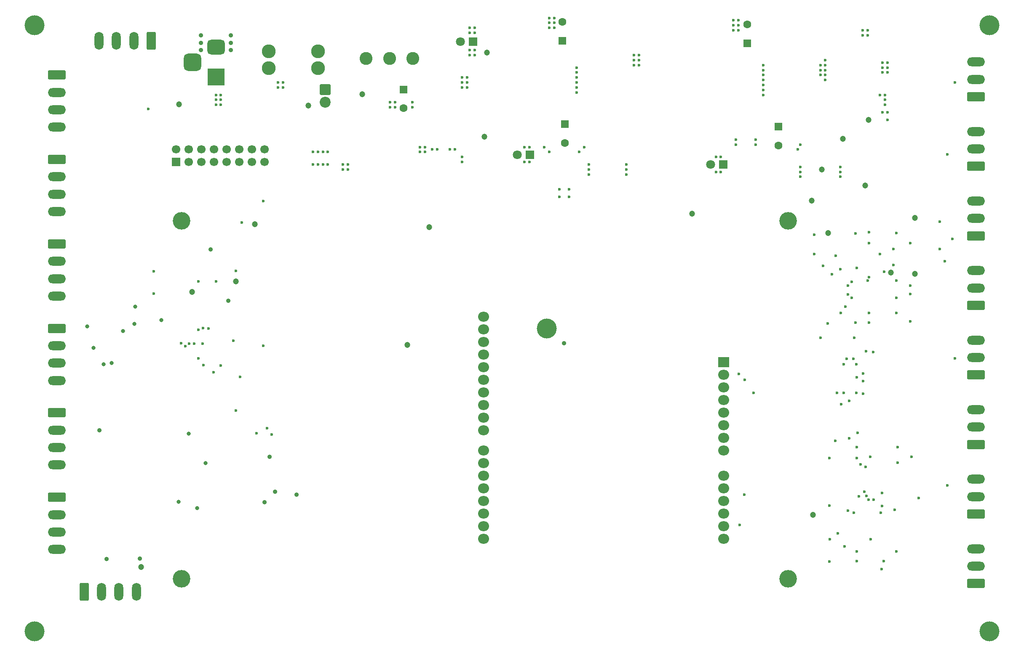
<source format=gbr>
%TF.GenerationSoftware,KiCad,Pcbnew,9.0.6-9.0.6~ubuntu24.04.1*%
%TF.CreationDate,2025-11-28T01:09:22+01:00*%
%TF.ProjectId,HVAC_STM32F7_PCB,48564143-5f53-4544-9d33-3246375f5043,rev?*%
%TF.SameCoordinates,Original*%
%TF.FileFunction,Copper,L2,Inr*%
%TF.FilePolarity,Positive*%
%FSLAX46Y46*%
G04 Gerber Fmt 4.6, Leading zero omitted, Abs format (unit mm)*
G04 Created by KiCad (PCBNEW 9.0.6-9.0.6~ubuntu24.04.1) date 2025-11-28 01:09:22*
%MOMM*%
%LPD*%
G01*
G04 APERTURE LIST*
G04 Aperture macros list*
%AMRoundRect*
0 Rectangle with rounded corners*
0 $1 Rounding radius*
0 $2 $3 $4 $5 $6 $7 $8 $9 X,Y pos of 4 corners*
0 Add a 4 corners polygon primitive as box body*
4,1,4,$2,$3,$4,$5,$6,$7,$8,$9,$2,$3,0*
0 Add four circle primitives for the rounded corners*
1,1,$1+$1,$2,$3*
1,1,$1+$1,$4,$5*
1,1,$1+$1,$6,$7*
1,1,$1+$1,$8,$9*
0 Add four rect primitives between the rounded corners*
20,1,$1+$1,$2,$3,$4,$5,0*
20,1,$1+$1,$4,$5,$6,$7,0*
20,1,$1+$1,$6,$7,$8,$9,0*
20,1,$1+$1,$8,$9,$2,$3,0*%
G04 Aperture macros list end*
%TA.AperFunction,ComponentPad*%
%ADD10RoundRect,0.250000X-1.550000X0.650000X-1.550000X-0.650000X1.550000X-0.650000X1.550000X0.650000X0*%
%TD*%
%TA.AperFunction,ComponentPad*%
%ADD11O,3.600000X1.800000*%
%TD*%
%TA.AperFunction,ComponentPad*%
%ADD12RoundRect,0.250000X-0.650000X-1.550000X0.650000X-1.550000X0.650000X1.550000X-0.650000X1.550000X0*%
%TD*%
%TA.AperFunction,ComponentPad*%
%ADD13O,1.800000X3.600000*%
%TD*%
%TA.AperFunction,ComponentPad*%
%ADD14C,2.780000*%
%TD*%
%TA.AperFunction,ComponentPad*%
%ADD15RoundRect,0.250000X1.550000X-0.650000X1.550000X0.650000X-1.550000X0.650000X-1.550000X-0.650000X0*%
%TD*%
%TA.AperFunction,ComponentPad*%
%ADD16RoundRect,0.250000X0.550000X-0.550000X0.550000X0.550000X-0.550000X0.550000X-0.550000X-0.550000X0*%
%TD*%
%TA.AperFunction,ComponentPad*%
%ADD17C,1.600000*%
%TD*%
%TA.AperFunction,ComponentPad*%
%ADD18R,1.700000X1.700000*%
%TD*%
%TA.AperFunction,ComponentPad*%
%ADD19C,1.700000*%
%TD*%
%TA.AperFunction,ComponentPad*%
%ADD20RoundRect,0.249999X-0.850001X0.850001X-0.850001X-0.850001X0.850001X-0.850001X0.850001X0.850001X0*%
%TD*%
%TA.AperFunction,ComponentPad*%
%ADD21C,2.200000*%
%TD*%
%TA.AperFunction,ComponentPad*%
%ADD22R,2.200000X2.000000*%
%TD*%
%TA.AperFunction,ComponentPad*%
%ADD23O,2.200000X2.000000*%
%TD*%
%TA.AperFunction,ComponentPad*%
%ADD24C,3.540000*%
%TD*%
%TA.AperFunction,ComponentPad*%
%ADD25RoundRect,0.250000X-0.550000X0.550000X-0.550000X-0.550000X0.550000X-0.550000X0.550000X0.550000X0*%
%TD*%
%TA.AperFunction,ComponentPad*%
%ADD26C,2.600000*%
%TD*%
%TA.AperFunction,ComponentPad*%
%ADD27R,3.500000X3.500000*%
%TD*%
%TA.AperFunction,ComponentPad*%
%ADD28RoundRect,0.750000X-1.000000X0.750000X-1.000000X-0.750000X1.000000X-0.750000X1.000000X0.750000X0*%
%TD*%
%TA.AperFunction,ComponentPad*%
%ADD29RoundRect,0.875000X-0.875000X0.875000X-0.875000X-0.875000X0.875000X-0.875000X0.875000X0.875000X0*%
%TD*%
%TA.AperFunction,ComponentPad*%
%ADD30R,1.800000X1.800000*%
%TD*%
%TA.AperFunction,ComponentPad*%
%ADD31C,1.800000*%
%TD*%
%TA.AperFunction,ComponentPad*%
%ADD32RoundRect,0.250000X0.650000X1.550000X-0.650000X1.550000X-0.650000X-1.550000X0.650000X-1.550000X0*%
%TD*%
%TA.AperFunction,ViaPad*%
%ADD33C,1.200000*%
%TD*%
%TA.AperFunction,ViaPad*%
%ADD34C,4.000000*%
%TD*%
%TA.AperFunction,ViaPad*%
%ADD35C,0.600000*%
%TD*%
%TA.AperFunction,ViaPad*%
%ADD36C,0.900000*%
%TD*%
%TA.AperFunction,ViaPad*%
%ADD37C,0.800000*%
%TD*%
G04 APERTURE END LIST*
D10*
%TO.N,GNDA*%
%TO.C,J4*%
X39500000Y-62000000D03*
D11*
%TO.N,Net-(J18-Pin_5)*%
X39500000Y-65500000D03*
%TO.N,Net-(J4-SIG)*%
X39500000Y-69000000D03*
%TO.N,+24V*%
X39500000Y-72500000D03*
%TD*%
D12*
%TO.N,GNDA*%
%TO.C,J15*%
X45000000Y-149000000D03*
D13*
%TO.N,Net-(J15-GND)*%
X48500000Y-149000000D03*
%TO.N,Net-(J15-SIG)*%
X52000000Y-149000000D03*
%TO.N,+24V*%
X55500000Y-149000000D03*
%TD*%
D14*
%TO.N,Net-(F1-Pad1)*%
%TO.C,F1*%
X82137500Y-40190000D03*
X82137500Y-43590000D03*
%TO.N,Net-(D3-A2)*%
X92057500Y-40190000D03*
X92057500Y-43590000D03*
%TD*%
D15*
%TO.N,GNDA*%
%TO.C,J12*%
X224300000Y-133375000D03*
D11*
%TO.N,Net-(J12-GND)*%
X224300000Y-129875000D03*
%TO.N,GND*%
X224300000Y-126375000D03*
%TD*%
D16*
%TO.N,+24V*%
%TO.C,C2*%
X141100000Y-38102651D03*
D17*
%TO.N,GND*%
X141100000Y-34302651D03*
%TD*%
D10*
%TO.N,GNDA*%
%TO.C,J16*%
X39500000Y-113000000D03*
D11*
%TO.N,Net-(J16-GND)*%
X39500000Y-116500000D03*
%TO.N,Net-(J16-SIG)*%
X39500000Y-120000000D03*
%TO.N,+24V*%
X39500000Y-123500000D03*
%TD*%
D10*
%TO.N,GNDA*%
%TO.C,J14*%
X39500000Y-96000000D03*
D11*
%TO.N,Net-(J14-GND)*%
X39500000Y-99500000D03*
%TO.N,Net-(J14-SIG)*%
X39500000Y-103000000D03*
%TO.N,+24V*%
X39500000Y-106500000D03*
%TD*%
D18*
%TO.N,Net-(J18-Pin_1)*%
%TO.C,J18*%
X63520000Y-62540000D03*
D19*
%TO.N,GND*%
X63520000Y-60000000D03*
%TO.N,Net-(J18-Pin_3)*%
X66060000Y-62540000D03*
%TO.N,GND*%
X66060000Y-60000000D03*
%TO.N,Net-(J18-Pin_5)*%
X68600000Y-62540000D03*
%TO.N,GND*%
X68600000Y-60000000D03*
%TO.N,Net-(J18-Pin_7)*%
X71140000Y-62540000D03*
%TO.N,GND*%
X71140000Y-60000000D03*
%TO.N,Net-(J14-GND)*%
X73680000Y-62540000D03*
%TO.N,GND*%
X73680000Y-60000000D03*
%TO.N,Net-(J16-GND)*%
X76220000Y-62540000D03*
%TO.N,GND*%
X76220000Y-60000000D03*
%TO.N,Net-(J17-GND)*%
X78760000Y-62540000D03*
%TO.N,GND*%
X78760000Y-60000000D03*
%TO.N,Net-(J15-GND)*%
X81300000Y-62540000D03*
%TO.N,GND*%
X81300000Y-60000000D03*
%TD*%
D20*
%TO.N,Net-(D4-K)*%
%TO.C,D4*%
X93500000Y-47960000D03*
D21*
%TO.N,Net-(D4-A)*%
X93500000Y-50500000D03*
%TD*%
D22*
%TO.N,unconnected-(A1-NC-Pad1)*%
%TO.C,A1*%
X173550000Y-102815000D03*
D23*
%TO.N,unconnected-(A1-IOREF-Pad2)*%
X173550000Y-105355000D03*
%TO.N,unconnected-(A1-~{RESET}-Pad3)*%
X173550000Y-107895000D03*
%TO.N,unconnected-(A1-3V3-Pad4)*%
X173550000Y-110435000D03*
%TO.N,unconnected-(A1-+5V-Pad5)*%
X173550000Y-112975000D03*
%TO.N,GND*%
X173550000Y-115515000D03*
X173550000Y-118055000D03*
%TO.N,+3.3V*%
X173550000Y-120595000D03*
%TO.N,unconnected-(A1-A0-Pad9)*%
X173550000Y-125675000D03*
%TO.N,unconnected-(A1-A1-Pad10)*%
X173550000Y-128215000D03*
%TO.N,MOSI_OUT*%
X173550000Y-130755000D03*
%TO.N,unconnected-(A1-A3-Pad12)*%
X173550000Y-133295000D03*
%TO.N,SCK_OUT*%
X173550000Y-135835000D03*
%TO.N,NSS_OUT*%
X173550000Y-138375000D03*
%TO.N,unconnected-(A1-D0{slash}S6RX-Pad15)*%
X125290000Y-138375000D03*
%TO.N,unconnected-(A1-D1{slash}S6TX-Pad16)*%
X125290000Y-135835000D03*
%TO.N,unconnected-(A1-D2-Pad17)*%
X125290000Y-133295000D03*
%TO.N,unconnected-(A1-D3-Pad18)*%
X125290000Y-130755000D03*
%TO.N,unconnected-(A1-D4-Pad19)*%
X125290000Y-128215000D03*
%TO.N,Net-(A1-D5)*%
X125290000Y-125675000D03*
%TO.N,Net-(A1-D6)*%
X125290000Y-123135000D03*
%TO.N,Net-(A1-D7)*%
X125290000Y-120595000D03*
%TO.N,Net-(A1-D8)*%
X125290000Y-116535000D03*
%TO.N,unconnected-(A1-D9-Pad24)*%
X125290000Y-113995000D03*
%TO.N,unconnected-(A1-D10-Pad25)*%
X125290000Y-111455000D03*
%TO.N,unconnected-(A1-D11-Pad26)*%
X125290000Y-108915000D03*
%TO.N,unconnected-(A1-D12-Pad27)*%
X125290000Y-106375000D03*
%TO.N,unconnected-(A1-D13-Pad28)*%
X125290000Y-103835000D03*
%TO.N,GND*%
X125290000Y-101295000D03*
%TO.N,unconnected-(A1-AREF-Pad30)*%
X125290000Y-98755000D03*
%TO.N,unconnected-(A1-SDA{slash}A4-Pad31)*%
X125290000Y-96215000D03*
%TO.N,unconnected-(A1-SCL{slash}A5-Pad32)*%
X125290000Y-93675000D03*
D24*
%TO.N,N/C*%
X186550000Y-74375000D03*
X64550000Y-74375000D03*
X186550000Y-146375000D03*
X64550000Y-146375000D03*
%TD*%
D16*
%TO.N,+24V*%
%TO.C,C5*%
X178300000Y-38602651D03*
D17*
%TO.N,GND*%
X178300000Y-34802651D03*
%TD*%
D15*
%TO.N,GNDA*%
%TO.C,J9*%
X224300000Y-91375000D03*
D11*
%TO.N,Net-(J9-GND)*%
X224300000Y-87875000D03*
%TO.N,GND*%
X224300000Y-84375000D03*
%TD*%
D25*
%TO.N,+3.3V*%
%TO.C,C8*%
X184550000Y-55422349D03*
D17*
%TO.N,GND*%
X184550000Y-59222349D03*
%TD*%
D10*
%TO.N,GNDA*%
%TO.C,J3*%
X39550000Y-45000000D03*
D11*
%TO.N,Net-(J18-Pin_3)*%
X39550000Y-48500000D03*
%TO.N,Net-(J3-SIG)*%
X39550000Y-52000000D03*
%TO.N,+24V*%
X39550000Y-55500000D03*
%TD*%
D26*
%TO.N,Net-(D4-K)*%
%TO.C,SW1*%
X101700000Y-41690000D03*
%TO.N,Net-(SW1-B)*%
X106400000Y-41690000D03*
%TO.N,N/C*%
X111100000Y-41690000D03*
%TD*%
D27*
%TO.N,Net-(F1-Pad1)*%
%TO.C,J1*%
X71507500Y-45400000D03*
D28*
%TO.N,GND*%
X71507500Y-39400000D03*
D29*
%TO.N,N/C*%
X66807500Y-42400000D03*
%TD*%
D25*
%TO.N,Net-(SW1-B)*%
%TO.C,C15*%
X109200000Y-47900000D03*
D17*
%TO.N,GND*%
X109200000Y-51700000D03*
%TD*%
D30*
%TO.N,GND*%
%TO.C,D7*%
X134600000Y-61050000D03*
D31*
%TO.N,Net-(D7-A)*%
X132060000Y-61050000D03*
%TD*%
D10*
%TO.N,GNDA*%
%TO.C,J5*%
X39500000Y-79000000D03*
D11*
%TO.N,Net-(J18-Pin_7)*%
X39500000Y-82500000D03*
%TO.N,Net-(J5-SIG)*%
X39500000Y-86000000D03*
%TO.N,+24V*%
X39500000Y-89500000D03*
%TD*%
D25*
%TO.N,+5V*%
%TO.C,C3*%
X141600000Y-54847349D03*
D17*
%TO.N,GND*%
X141600000Y-58647349D03*
%TD*%
D32*
%TO.N,GNDA*%
%TO.C,J2*%
X58482500Y-38107500D03*
D13*
%TO.N,Net-(J18-Pin_1)*%
X54982500Y-38107500D03*
%TO.N,Net-(J2-SIG)*%
X51482500Y-38107500D03*
%TO.N,+24V*%
X47982500Y-38107500D03*
%TD*%
D15*
%TO.N,GNDA*%
%TO.C,J8*%
X224300000Y-77375000D03*
D11*
%TO.N,Net-(J8-GND)*%
X224300000Y-73875000D03*
%TO.N,GND*%
X224300000Y-70375000D03*
%TD*%
D15*
%TO.N,GNDA*%
%TO.C,J11*%
X224300000Y-119375000D03*
D11*
%TO.N,Net-(J11-GND)*%
X224300000Y-115875000D03*
%TO.N,GND*%
X224300000Y-112375000D03*
%TD*%
D15*
%TO.N,GNDA*%
%TO.C,J10*%
X224300000Y-105375000D03*
D11*
%TO.N,Net-(J10-GND)*%
X224300000Y-101875000D03*
%TO.N,GND*%
X224300000Y-98375000D03*
%TD*%
D15*
%TO.N,GNDA*%
%TO.C,J7*%
X224300000Y-63375000D03*
D11*
%TO.N,Net-(J7-GND)*%
X224300000Y-59875000D03*
%TO.N,GND*%
X224300000Y-56375000D03*
%TD*%
D10*
%TO.N,GNDA*%
%TO.C,J17*%
X39500000Y-130000000D03*
D11*
%TO.N,Net-(J17-GND)*%
X39500000Y-133500000D03*
%TO.N,Net-(J17-SIG)*%
X39500000Y-137000000D03*
%TO.N,+24V*%
X39500000Y-140500000D03*
%TD*%
D15*
%TO.N,GNDA*%
%TO.C,J6*%
X224300000Y-49375000D03*
D11*
%TO.N,Net-(J6-GND)*%
X224300000Y-45875000D03*
%TO.N,GND*%
X224300000Y-42375000D03*
%TD*%
D30*
%TO.N,GND*%
%TO.C,D6*%
X173450000Y-63025000D03*
D31*
%TO.N,Net-(D6-A)*%
X170910000Y-63025000D03*
%TD*%
D15*
%TO.N,GNDA*%
%TO.C,J13*%
X224300000Y-147375000D03*
D11*
%TO.N,Net-(J13-GND)*%
X224300000Y-143875000D03*
%TO.N,GND*%
X224300000Y-140375000D03*
%TD*%
D30*
%TO.N,GND*%
%TO.C,D5*%
X123200000Y-38300000D03*
D31*
%TO.N,Net-(D5-A)*%
X120660000Y-38300000D03*
%TD*%
D33*
%TO.N,Net-(D3-A2)*%
X100895000Y-48905000D03*
D34*
%TO.N,*%
X227000000Y-157000000D03*
X35000000Y-157000000D03*
X35000000Y-35000000D03*
X227000000Y-35000000D03*
X138000000Y-96000000D03*
D33*
%TO.N,+24V*%
X64100000Y-50900000D03*
X126000000Y-40500000D03*
X125500000Y-57400000D03*
D35*
%TO.N,GND*%
X122000000Y-47500000D03*
X121000000Y-62500000D03*
X206000000Y-49000000D03*
X139500000Y-34500000D03*
X194000000Y-46000000D03*
X113500000Y-60500000D03*
X206500000Y-54000000D03*
X122000000Y-46500000D03*
X146500000Y-65000000D03*
X173000000Y-64500000D03*
X176000000Y-58000000D03*
X189000000Y-64500000D03*
X172000000Y-64500000D03*
X121000000Y-45500000D03*
X119500000Y-60000000D03*
X123500000Y-41000000D03*
X205500000Y-43500000D03*
X197000000Y-65500000D03*
X107500000Y-51500000D03*
X94000000Y-63000000D03*
X133500000Y-59500000D03*
X154000000Y-64000000D03*
D36*
X68500000Y-37000000D03*
D35*
X122500000Y-41000000D03*
X197000000Y-63500000D03*
X139500000Y-33500000D03*
X98000000Y-64000000D03*
X137500000Y-59500000D03*
X140500000Y-69500000D03*
X138500000Y-35500000D03*
X97000000Y-64000000D03*
D33*
X194550000Y-76837500D03*
D35*
X138500000Y-60500000D03*
X97000000Y-63000000D03*
X144000000Y-47500000D03*
X75500000Y-84462500D03*
X123500000Y-35500000D03*
X194000000Y-45000000D03*
X206000000Y-51000000D03*
X181500000Y-43000000D03*
X175500000Y-35000000D03*
X201500000Y-37000000D03*
X123500000Y-36500000D03*
X181500000Y-45000000D03*
X155500000Y-41000000D03*
X193000000Y-43000000D03*
X156500000Y-43000000D03*
X92000000Y-60500000D03*
X145500000Y-59500000D03*
X194000000Y-42000000D03*
D33*
X212000000Y-85000000D03*
D35*
X181500000Y-44000000D03*
X133500000Y-62500000D03*
X84000000Y-46500000D03*
X197000000Y-64500000D03*
X134500000Y-62500000D03*
X180000000Y-59000000D03*
X144000000Y-45500000D03*
X111000000Y-50500000D03*
X156500000Y-42000000D03*
X68800000Y-99084846D03*
X202500000Y-36000000D03*
X81000000Y-99462500D03*
X122500000Y-36500000D03*
X176500000Y-34000000D03*
X205000000Y-49000000D03*
D33*
X212000000Y-73750000D03*
D36*
X74500000Y-38500000D03*
D35*
X142500000Y-69500000D03*
X206500000Y-44500000D03*
X144000000Y-43500000D03*
X140500000Y-68000000D03*
X107500000Y-50500000D03*
X193000000Y-45000000D03*
X189000000Y-65500000D03*
X71500000Y-49000000D03*
X202500000Y-37000000D03*
X201500000Y-36000000D03*
X181500000Y-49000000D03*
X175500000Y-36000000D03*
X121000000Y-61500000D03*
X194000000Y-44000000D03*
X205500000Y-42500000D03*
X176000000Y-59000000D03*
X116000000Y-60000000D03*
X181500000Y-47000000D03*
X121000000Y-47500000D03*
X106500000Y-51500000D03*
X123500000Y-40000000D03*
X206500000Y-52500000D03*
X144000000Y-48500000D03*
X156500000Y-41000000D03*
X93000000Y-60500000D03*
X138500000Y-34500000D03*
X69000000Y-103362500D03*
X193000000Y-44000000D03*
X189000000Y-63500000D03*
X122000000Y-45500000D03*
X180000000Y-58000000D03*
X92000000Y-63000000D03*
D36*
X74500000Y-40000000D03*
D35*
X181500000Y-48000000D03*
X144000000Y-46500000D03*
X188500000Y-60000000D03*
X112500000Y-59500000D03*
X94000000Y-60500000D03*
X72500000Y-51000000D03*
X181500000Y-46000000D03*
D36*
X141500000Y-99000000D03*
D35*
X189000000Y-59000000D03*
X146500000Y-64000000D03*
X91000000Y-63000000D03*
D36*
X68500000Y-38500000D03*
D35*
X176500000Y-36000000D03*
X84000000Y-47500000D03*
X91000000Y-60500000D03*
X118500000Y-60000000D03*
X139500000Y-35500000D03*
X138500000Y-33500000D03*
X111000000Y-51500000D03*
X81000000Y-70400000D03*
D36*
X74500000Y-37000000D03*
D35*
X205500000Y-52500000D03*
X154000000Y-65000000D03*
X85000000Y-47500000D03*
X85000000Y-46500000D03*
X176500000Y-35000000D03*
X206500000Y-43500000D03*
X76700000Y-74700000D03*
X194000000Y-43000000D03*
X173000000Y-61500000D03*
X122500000Y-40000000D03*
X144500000Y-60500000D03*
X142500000Y-68000000D03*
D33*
X193250000Y-64000000D03*
D35*
X71500000Y-50000000D03*
X172000000Y-61500000D03*
X206000000Y-50000000D03*
D36*
X68500000Y-40000000D03*
D35*
X206500000Y-42500000D03*
X134500000Y-59500000D03*
X112500000Y-60500000D03*
X205500000Y-44500000D03*
X121000000Y-46500000D03*
X71500000Y-51000000D03*
X144000000Y-44500000D03*
X175500000Y-34000000D03*
X72500000Y-50000000D03*
X154000000Y-63000000D03*
X72500000Y-49000000D03*
X155500000Y-42000000D03*
X113500000Y-59500000D03*
X98000000Y-63000000D03*
X93000000Y-63000000D03*
X115000000Y-60000000D03*
X155500000Y-43000000D03*
X146500000Y-63000000D03*
X122500000Y-35500000D03*
X106500000Y-50500000D03*
D33*
%TO.N,+5V*%
X75500000Y-86537500D03*
X79300000Y-75000000D03*
D35*
X68000000Y-96253295D03*
X68000000Y-102000000D03*
D33*
X66700000Y-88700000D03*
%TO.N,+3.3V*%
X167200000Y-72900000D03*
X114400000Y-75600000D03*
D35*
X199600000Y-102125000D03*
D33*
X197500000Y-57800000D03*
X110000000Y-99300000D03*
D35*
%TO.N,Net-(U7-REFIO)*%
X71500000Y-86537500D03*
X70000000Y-96000000D03*
%TO.N,Net-(U7-REFCAP)*%
X68950000Y-95950000D03*
X68000000Y-86537500D03*
%TO.N,GNDA*%
X58982500Y-89005000D03*
X58982500Y-84505000D03*
D33*
X56500000Y-144000000D03*
D35*
%TO.N,Net-(U5A-+)*%
X202801000Y-85692703D03*
X202801000Y-78875000D03*
%TO.N,Net-(U5C-+)*%
X194450000Y-94987500D03*
X195300000Y-85125000D03*
%TO.N,Net-(U5B-+)*%
X205000000Y-81000000D03*
X205800000Y-84625000D03*
%TO.N,Net-(U5D-+)*%
X202550000Y-86375000D03*
X202800000Y-92875000D03*
%TO.N,Net-(U6B-+)*%
X194800000Y-142912500D03*
X203700000Y-130475000D03*
X203100000Y-138475000D03*
X194900000Y-138475000D03*
%TO.N,Net-(U6D-+)*%
X194800000Y-131700000D03*
X194800000Y-122125000D03*
%TO.N,Net-(U6C-+)*%
X202700000Y-130475000D03*
X203050000Y-121875000D03*
%TO.N,Net-(U6A-+)*%
X205762500Y-142875000D03*
X205412500Y-131775000D03*
D33*
%TO.N,Net-(D3-A2)*%
X90100000Y-51190000D03*
D37*
%TO.N,Net-(J2-SIG)*%
X55300000Y-91600000D03*
%TO.N,Net-(J3-SIG)*%
X52800000Y-96500000D03*
%TO.N,Net-(J4-SIG)*%
X48900000Y-103200000D03*
%TO.N,Net-(J5-SIG)*%
X45600000Y-95600000D03*
D35*
%TO.N,Net-(J6-GND)*%
X211050000Y-87375000D03*
X211050000Y-78875000D03*
X219500000Y-78000000D03*
X220000000Y-46500000D03*
%TO.N,Net-(J7-GND)*%
X193050000Y-97875000D03*
X218000000Y-82500000D03*
X218500000Y-61000000D03*
X199800000Y-97875000D03*
X193500000Y-83425000D03*
X200050000Y-94875000D03*
%TO.N,Net-(J8-GND)*%
X207673000Y-83227000D03*
X207673000Y-80000000D03*
X217000000Y-74500000D03*
X217000000Y-80000000D03*
%TO.N,Net-(J9-GND)*%
X198550000Y-89175000D03*
X211050000Y-89125000D03*
X211050000Y-94625000D03*
X198550000Y-87375000D03*
%TO.N,Net-(J10-GND)*%
X220000000Y-102000000D03*
X200300000Y-142875000D03*
X205431656Y-129092095D03*
X218500000Y-127600000D03*
%TO.N,Net-(J11-GND)*%
X200500000Y-117000000D03*
X200300000Y-122125000D03*
X199687500Y-133075000D03*
%TO.N,Net-(J12-GND)*%
X212750000Y-130129000D03*
X201838500Y-128838500D03*
X202100000Y-123878000D03*
X211300000Y-121875000D03*
%TO.N,Net-(J13-GND)*%
X205300000Y-144475000D03*
X205135500Y-133075000D03*
D37*
%TO.N,Net-(J15-SIG)*%
X67700000Y-132200000D03*
D35*
X65323000Y-99621612D03*
D36*
X56200000Y-142300000D03*
D35*
%TO.N,Net-(J17-SIG)*%
X67096562Y-99113347D03*
D37*
X69400000Y-123100000D03*
D35*
%TO.N,Net-(U3-VOUTB)*%
X198800000Y-118125000D03*
X198800000Y-110625000D03*
%TO.N,Net-(U3-VOUTC)*%
X198040500Y-91616500D03*
X198300000Y-102125000D03*
%TO.N,Net-(U3-VOUTA)*%
X202800000Y-76625000D03*
X203600000Y-100800000D03*
%TO.N,Net-(U3-VOUTD)*%
X197897610Y-139848000D03*
X197650000Y-108995000D03*
%TO.N,Net-(U3-VOUTE)*%
X191800000Y-81000000D03*
X196050000Y-81375000D03*
X197650000Y-103255000D03*
X191800000Y-77125000D03*
%TO.N,Net-(U3-VOUTF)*%
X196500000Y-137275000D03*
X197200000Y-111279509D03*
%TO.N,Net-(U3-VOUTG)*%
X202800000Y-94875000D03*
X202200000Y-100625000D03*
%TO.N,Net-(U3-VOUTH)*%
X196000000Y-118625000D03*
X196350000Y-108995000D03*
%TO.N,Net-(U5A--)*%
X208300000Y-76837500D03*
X208300000Y-86375000D03*
%TO.N,Net-(U5C--)*%
X197059500Y-92875000D03*
X197050000Y-84125000D03*
%TO.N,Net-(U5B--)*%
X200050000Y-76875000D03*
X200300000Y-83875000D03*
%TO.N,Net-(U5D--)*%
X208300000Y-89875000D03*
X199300000Y-86652000D03*
X199300000Y-89875000D03*
X208300000Y-92875000D03*
%TO.N,Net-(U6B--)*%
X200300000Y-140875000D03*
X202281000Y-129703000D03*
%TO.N,Net-(U6D--)*%
X198500000Y-132700000D03*
X200300000Y-119875000D03*
%TO.N,Net-(U6C--)*%
X208550000Y-123000000D03*
X208550000Y-119875000D03*
X201050000Y-123375000D03*
X200752000Y-129825000D03*
%TO.N,Net-(U6A--)*%
X207900000Y-132475000D03*
X208300000Y-140875000D03*
%TO.N,Net-(A1-D6)*%
X82700000Y-117400000D03*
X76400000Y-105800000D03*
%TO.N,Net-(A1-D8)*%
X71000000Y-104800000D03*
X75500000Y-112500000D03*
%TO.N,Net-(A1-D5)*%
X72500000Y-103500000D03*
X79700000Y-117100000D03*
%TO.N,SCK_OUT*%
X176800000Y-135600000D03*
X200300000Y-105875000D03*
X177800000Y-106375000D03*
X200250000Y-108995000D03*
%TO.N,Net-(A1-D7)*%
X81800000Y-116127000D03*
X75000000Y-98500000D03*
%TO.N,MOSI_OUT*%
X201564069Y-109139069D03*
X201550000Y-106625000D03*
X179600000Y-109000000D03*
X177687500Y-129487500D03*
%TO.N,NSS_OUT*%
X201550000Y-105125000D03*
X176600000Y-105200000D03*
X200250000Y-103255000D03*
D37*
%TO.N,Net-(J18-Pin_1)*%
X60500000Y-94300000D03*
D35*
%TO.N,Net-(J18-Pin_3)*%
X57900000Y-51800000D03*
D37*
X55100000Y-95100000D03*
%TO.N,Net-(J18-Pin_5)*%
X50500000Y-103000000D03*
D36*
%TO.N,Net-(J18-Pin_7)*%
X70400000Y-80100000D03*
D37*
X46900000Y-99900000D03*
D36*
%TO.N,Net-(J14-GND)*%
X74000000Y-90400000D03*
%TO.N,Net-(J15-GND)*%
X87700000Y-129500000D03*
X49500000Y-142400000D03*
D35*
X64500000Y-99000000D03*
D37*
X64000000Y-130900000D03*
D36*
%TO.N,Net-(J16-GND)*%
X48100000Y-116500000D03*
X82250000Y-121850000D03*
D37*
%TO.N,Net-(J17-GND)*%
X66000000Y-117200000D03*
D36*
X81275000Y-131025000D03*
X83400000Y-128900000D03*
D35*
X66100000Y-99100000D03*
D33*
%TO.N,Net-(U5E-V+)*%
X191250000Y-70250000D03*
X202712500Y-54000000D03*
X202000000Y-67250000D03*
X207175000Y-84750000D03*
X191500000Y-133500000D03*
%TD*%
M02*

</source>
